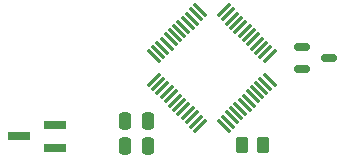
<source format=gbr>
%TF.GenerationSoftware,KiCad,Pcbnew,7.0.5-7.0.5~ubuntu20.04.1*%
%TF.CreationDate,2023-07-18T12:45:14+02:00*%
%TF.ProjectId,EpromEMU_TOP_new_STM32F3,4570726f-6d45-44d5-955f-544f505f6e65,rev?*%
%TF.SameCoordinates,Original*%
%TF.FileFunction,Paste,Bot*%
%TF.FilePolarity,Positive*%
%FSLAX46Y46*%
G04 Gerber Fmt 4.6, Leading zero omitted, Abs format (unit mm)*
G04 Created by KiCad (PCBNEW 7.0.5-7.0.5~ubuntu20.04.1) date 2023-07-18 12:45:14*
%MOMM*%
%LPD*%
G01*
G04 APERTURE LIST*
G04 Aperture macros list*
%AMRoundRect*
0 Rectangle with rounded corners*
0 $1 Rounding radius*
0 $2 $3 $4 $5 $6 $7 $8 $9 X,Y pos of 4 corners*
0 Add a 4 corners polygon primitive as box body*
4,1,4,$2,$3,$4,$5,$6,$7,$8,$9,$2,$3,0*
0 Add four circle primitives for the rounded corners*
1,1,$1+$1,$2,$3*
1,1,$1+$1,$4,$5*
1,1,$1+$1,$6,$7*
1,1,$1+$1,$8,$9*
0 Add four rect primitives between the rounded corners*
20,1,$1+$1,$2,$3,$4,$5,0*
20,1,$1+$1,$4,$5,$6,$7,0*
20,1,$1+$1,$6,$7,$8,$9,0*
20,1,$1+$1,$8,$9,$2,$3,0*%
G04 Aperture macros list end*
%ADD10RoundRect,0.075000X0.415425X-0.521491X0.521491X-0.415425X-0.415425X0.521491X-0.521491X0.415425X0*%
%ADD11RoundRect,0.075000X-0.415425X-0.521491X0.521491X0.415425X0.415425X0.521491X-0.521491X-0.415425X0*%
%ADD12RoundRect,0.250000X-0.262500X-0.450000X0.262500X-0.450000X0.262500X0.450000X-0.262500X0.450000X0*%
%ADD13R,1.900000X0.800000*%
%ADD14RoundRect,0.150000X-0.512500X-0.150000X0.512500X-0.150000X0.512500X0.150000X-0.512500X0.150000X0*%
%ADD15RoundRect,0.250000X-0.250000X-0.475000X0.250000X-0.475000X0.250000X0.475000X-0.250000X0.475000X0*%
%ADD16RoundRect,0.250000X0.250000X0.475000X-0.250000X0.475000X-0.250000X-0.475000X0.250000X-0.475000X0*%
G04 APERTURE END LIST*
D10*
%TO.C,U1*%
X121783973Y-97295125D03*
X122137527Y-96941571D03*
X122491080Y-96588018D03*
X122844634Y-96234464D03*
X123198187Y-95880911D03*
X123551740Y-95527358D03*
X123905294Y-95173804D03*
X124258847Y-94820251D03*
X124612400Y-94466698D03*
X124965954Y-94113144D03*
X125319507Y-93759591D03*
X125673061Y-93406037D03*
D11*
X125673061Y-91408461D03*
X125319507Y-91054907D03*
X124965954Y-90701354D03*
X124612400Y-90347800D03*
X124258847Y-89994247D03*
X123905294Y-89640694D03*
X123551740Y-89287140D03*
X123198187Y-88933587D03*
X122844634Y-88580034D03*
X122491080Y-88226480D03*
X122137527Y-87872927D03*
X121783973Y-87519373D03*
D10*
X119786397Y-87519373D03*
X119432843Y-87872927D03*
X119079290Y-88226480D03*
X118725736Y-88580034D03*
X118372183Y-88933587D03*
X118018630Y-89287140D03*
X117665076Y-89640694D03*
X117311523Y-89994247D03*
X116957970Y-90347800D03*
X116604416Y-90701354D03*
X116250863Y-91054907D03*
X115897309Y-91408461D03*
D11*
X115897309Y-93406037D03*
X116250863Y-93759591D03*
X116604416Y-94113144D03*
X116957970Y-94466698D03*
X117311523Y-94820251D03*
X117665076Y-95173804D03*
X118018630Y-95527358D03*
X118372183Y-95880911D03*
X118725736Y-96234464D03*
X119079290Y-96588018D03*
X119432843Y-96941571D03*
X119786397Y-97295125D03*
%TD*%
D12*
%TO.C,R6*%
X123318900Y-98907600D03*
X125143900Y-98907600D03*
%TD*%
D13*
%TO.C,Q2*%
X107494200Y-97246400D03*
X107494200Y-99146400D03*
X104494200Y-98196400D03*
%TD*%
D14*
%TO.C,Q1*%
X128458800Y-92491600D03*
X128458800Y-90591600D03*
X130733800Y-91541600D03*
%TD*%
D15*
%TO.C,C3*%
X113451600Y-98983800D03*
X115351600Y-98983800D03*
%TD*%
D16*
%TO.C,C1*%
X115341400Y-96926400D03*
X113441400Y-96926400D03*
%TD*%
M02*

</source>
